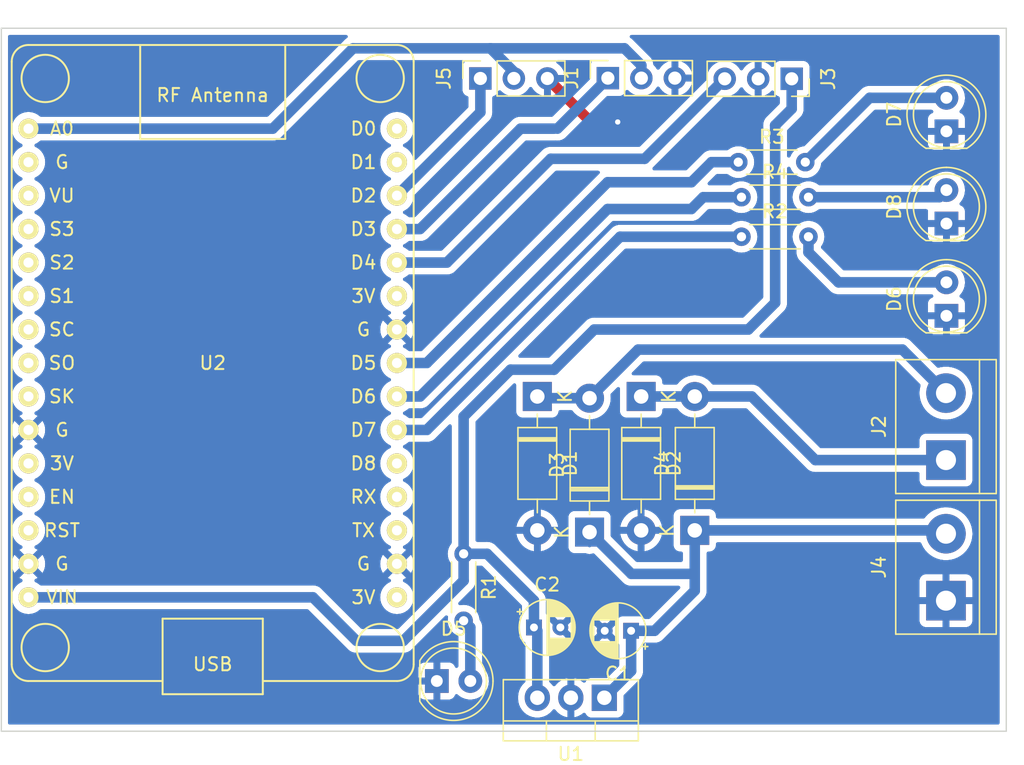
<source format=kicad_pcb>
(kicad_pcb (version 20211014) (generator pcbnew)
  (layers (0 "F.Cu" signal) (31 "B.Cu" signal) (34 "B.Paste" user) (35 "F.Paste" user) (36 "B.SilkS" user "B.Silkscreen") (37 "F.SilkS" user "F.Silkscreen") (38 "B.Mask" user) (39 "F.Mask" user) (44 "Edge.Cuts" user))
  (net 0 "")
  (net 1 "+9V")
  (net 2 "GND")
  (net 3 "+5V")
  (net 4 "Net-(D1-Pad1)")
  (net 5 "Net-(D2-Pad1)")
  (net 6 "Net-(D5-Pad2)")
  (net 7 "Net-(D6-Pad2)")
  (net 8 "Net-(D7-Pad2)")
  (net 9 "Net-(D8-Pad2)")
  (net 10 "crnt")
  (net 11 "analog")
  (net 12 "relay")
  (net 13 "volt")
  (net 14 "Net-(R2-Pad1)")
  (net 15 "Net-(R3-Pad1)")
  (net 16 "Net-(R4-Pad1)")
  (footprint "TerminalBlock:TerminalBlock_bornier-2_P5.08mm" (layer "F.Cu") (at 124.968 75.946 90)
    (fp_text reference "J2" (at 2.54 -5.08 90) (layer "F.SilkS"))
    (fp_text value "Transformer")
    (fp_line (start -2.54 3.81) (end 7.62 3.81) (layer "F.SilkS") (width 0.12))
    (fp_line (start 7.62 3.81) (end 7.62 -3.81) (layer "F.SilkS") (width 0.12))
    (fp_line (start 7.62 2.54) (end -2.54 2.54) (layer "F.SilkS") (width 0.12))
    (fp_line (start 7.62 -3.81) (end -2.54 -3.81) (layer "F.SilkS") (width 0.12))
    (fp_line (start -2.54 -3.81) (end -2.54 3.81) (layer "F.SilkS") (width 0.12))
    (pad "1" thru_hole rect (at 0 0 90) (size 3 3) (drill 1.52) (layers *.Cu *.Mask) (net 5 "Net-(D2-Pad1)"))
    (pad "2" thru_hole circle (at 5.08 0 90) (size 3 3) (drill 1.52) (layers *.Cu *.Mask) (net 4 "Net-(D1-Pad1)"))
  )
  (footprint "LED_THT:LED_D5.0mm" (layer "F.Cu") (at 125 65 90)
    (fp_text reference "D6" (at 1.27 -3.96 90) (layer "F.SilkS"))
    (fp_text value "AMBER")
    (fp_line (start -1.29 -1.545) (end -1.29 1.545) (layer "F.SilkS") (width 0.12))
    (fp_arc (start -1.29 -1.54483) (mid 2.072002 -2.880433) (end 4.26 0.000462) (layer "F.SilkS") (width 0.12))
    (fp_arc (start 4.26 -0.000462) (mid 2.072002 2.880433) (end -1.29 1.54483) (layer "F.SilkS") (width 0.12))
    (fp_circle (center 1.27 0) (end 3.77 0) (layer "F.SilkS") (width 0.12) (fill none))
    (pad "1" thru_hole rect (at 0 0 90) (size 1.8 1.8) (drill 0.9) (layers *.Cu *.Mask) (net 2 "GND"))
    (pad "2" thru_hole circle (at 2.54 0 90) (size 1.8 1.8) (drill 0.9) (layers *.Cu *.Mask) (net 7 "Net-(D6-Pad2)"))
  )
  (footprint "Package_TO_SOT_THT:TO-220-3_Vertical" (layer "F.Cu") (at 99.06 93.98 180)
    (fp_text reference "U1" (at 2.54 -4.27) (layer "F.SilkS"))
    (fp_text value "LM7805_TO220")
    (fp_line (start -2.58 1.371) (end 7.66 1.371) (layer "F.SilkS") (width 0.12))
    (fp_line (start 4.391 -3.27) (end 4.391 -1.76) (layer "F.SilkS") (width 0.12))
    (fp_line (start 0.69 -3.27) (end 0.69 -1.76) (layer "F.SilkS") (width 0.12))
    (fp_line (start -2.58 -3.27) (end -2.58 1.371) (layer "F.SilkS") (width 0.12))
    (fp_line (start -2.58 -1.76) (end 7.66 -1.76) (layer "F.SilkS") (width 0.12))
    (fp_line (start -2.58 -3.27) (end 7.66 -3.27) (layer "F.SilkS") (width 0.12))
    (fp_line (start 7.66 -3.27) (end 7.66 1.371) (layer "F.SilkS") (width 0.12))
    (pad "1" thru_hole rect (at 0 0 180) (size 1.905 2) (drill 1.1) (layers *.Cu *.Mask) (net 1 "+9V"))
    (pad "2" thru_hole oval (at 2.54 0 180) (size 1.905 2) (drill 1.1) (layers *.Cu *.Mask) (net 2 "GND"))
    (pad "3" thru_hole oval (at 5.08 0 180) (size 1.905 2) (drill 1.1) (layers *.Cu *.Mask) (net 3 "+5V"))
  )
  (footprint "Connector_PinSocket_2.54mm:PinSocket_1x03_P2.54mm_Vertical" (layer "F.Cu") (at 89.662 46.99 90)
    (fp_text reference "J5" (at 0 -2.77 90) (layer "F.SilkS"))
    (fp_text value "Voltage Sensor")
    (fp_line (start -1.33 1.27) (end 1.33 1.27) (layer "F.SilkS") (width 0.12))
    (fp_line (start 0 -1.33) (end 1.33 -1.33) (layer "F.SilkS") (width 0.12))
    (fp_line (start 1.33 1.27) (end 1.33 6.41) (layer "F.SilkS") (width 0.12))
    (fp_line (start -1.33 1.27) (end -1.33 6.41) (layer "F.SilkS") (width 0.12))
    (fp_line (start 1.33 -1.33) (end 1.33 0) (layer "F.SilkS") (width 0.12))
    (fp_line (start -1.33 6.41) (end 1.33 6.41) (layer "F.SilkS") (width 0.12))
    (pad "1" thru_hole rect (at 0 0 90) (size 1.7 1.7) (drill 1) (layers *.Cu *.Mask) (net 13 "volt"))
    (pad "2" thru_hole oval (at 0 2.54 90) (size 1.7 1.7) (drill 1) (layers *.Cu *.Mask) (net 11 "analog"))
    (pad "3" thru_hole oval (at 0 5.08 90) (size 1.7 1.7) (drill 1) (layers *.Cu *.Mask) (net 2 "GND"))
  )
  (footprint "Capacitor_THT:CP_Radial_D4.0mm_P2.00mm" (layer "F.Cu") (at 93.726 88.646)
    (fp_text reference "C2" (at 1 -3.25) (layer "F.SilkS"))
    (fp_text value "0.1uF")
    (fp_line (start 1.24 0.84) (end 1.24 2.067) (layer "F.SilkS") (width 0.12))
    (fp_line (start 2.761 -1.142) (end 2.761 -0.84) (layer "F.SilkS") (width 0.12))
    (fp_line (start 2.961 -0.768) (end 2.961 0.768) (layer "F.SilkS") (width 0.12))
    (fp_line (start 1.2 -2.071) (end 1.2 -0.84) (layer "F.SilkS") (width 0.12))
    (fp_line (start 1.44 0.84) (end 1.44 2.034) (layer "F.SilkS") (width 0.12))
    (fp_line (start 1.721 0.84) (end 1.721 1.954) (layer "F.SilkS") (width 0.12))
    (fp_line (start 2.801 0.84) (end 2.801 1.08) (layer "F.SilkS") (width 0.12))
    (fp_line (start 1.64 -1.982) (end 1.64 -0.84) (layer "F.SilkS") (width 0.12))
    (fp_line (start 1.36 -2.05) (end 1.36 -0.84) (layer "F.SilkS") (width 0.12))
    (fp_line (start 2.001 -1.83) (end 2.001 -0.84) (layer "F.SilkS") (width 0.12))
    (fp_line (start 2.761 0.84) (end 2.761 1.142) (layer "F.SilkS") (width 0.12))
    (fp_line (start 1.32 -2.056) (end 1.32 -0.84) (layer "F.SilkS") (width 0.12))
    (fp_line (start 1.68 -1.968) (end 1.68 -0.84) (layer "F.SilkS") (width 0.12))
    (fp_line (start 2.601 -1.351) (end 2.601 -0.84) (layer "F.SilkS") (width 0.12))
    (fp_line (start 1.44 -2.034) (end 1.44 -0.84) (layer "F.SilkS") (width 0.12))
    (fp_line (start 2.121 -1.76) (end 2.121 -0.84) (layer "F.SilkS") (width 0.12))
    (fp_line (start 1.56 0.84) (end 1.56 2.005) (layer "F.SilkS") (width 0.12))
    (fp_line (start 2.321 0.84) (end 2.321 1.619) (layer "F.SilkS") (width 0.12))
    (fp_line (start 2.481 0.84) (end 2.481 1.478) (layer "F.SilkS") (width 0.12))
    (fp_line (start 1.04 -2.08) (end 1.04 2.08) (layer "F.SilkS") (width 0.12))
    (fp_line (start 1.761 0.84) (end 1.761 1.94) (layer "F.SilkS") (width 0.12))
    (fp_line (start 2.281 -1.65) (end 2.281 -0.84) (layer "F.SilkS") (width 0.12))
    (fp_line (start 1.64 0.84) (end 1.64 1.982) (layer "F.SilkS") (width 0.12))
    (fp_line (start 3.001 -0.664) (end 3.001 0.664) (layer "F.SilkS") (width 0.12))
    (fp_line (start 1.801 0.84) (end 1.801 1.924) (layer "F.SilkS") (width 0.12))
    (fp_line (start 2.121 0.84) (end 2.121 1.76) (layer "F.SilkS") (width 0.12))
    (fp_line (start 2.361 0.84) (end 2.361 1.587) (layer "F.SilkS") (width 0.12))
    (fp_line (start 2.041 0.84) (end 2.041 1.808) (layer "F.SilkS") (width 0.12))
    (fp_line (start 1.24 -2.067) (end 1.24 -0.84) (layer "F.SilkS") (width 0.12))
    (fp_line (start 2.801 -1.08) (end 2.801 -0.84) (layer "F.SilkS") (width 0.12))
    (fp_line (start 2.041 -1.808) (end 2.041 -0.84) (layer "F.SilkS") (width 0.12))
    (fp_line (start 1.32 0.84) (end 1.32 2.056) (layer "F.SilkS") (width 0.12))
    (fp_line (start 2.201 0.84) (end 2.201 1.708) (layer "F.SilkS") (width 0.12))
    (fp_line (start 2.641 -1.304) (end 2.641 -0.84) (layer "F.SilkS") (width 0.12))
    (fp_line (start 1.56 -2.005) (end 1.56 -0.84) (layer "F.SilkS") (width 0.12))
    (fp_line (start 1.2 0.84) (end 1.2 2.071) (layer "F.SilkS") (width 0.12))
    (fp_line (start 1.961 -1.851) (end 1.961 -0.84) (layer "F.SilkS") (width 0.12))
    (fp_line (start 2.081 0.84) (end 2.081 1.785) (layer "F.SilkS") (width 0.12))
    (fp_line (start 3.081 -0.37) (end 3.081 0.37) (layer "F.SilkS") (width 0.12))
    (fp_line (start 2.281 0.84) (end 2.281 1.65) (layer "F.SilkS") (width 0.12))
    (fp_line (start 2.241 0.84) (end 2.241 1.68) (layer "F.SilkS") (width 0.12))
    (fp_line (start 1 -2.08) (end 1 2.08) (layer "F.SilkS") (width 0.12))
    (fp_line (start 1.52 0.84) (end 1.52 2.016) (layer "F.SilkS") (width 0.12))
    (fp_line (start 2.001 0.84) (end 2.001 1.83) (layer "F.SilkS") (width 0.12))
    (fp_line (start 2.441 0.84) (end 2.441 1.516) (layer "F.SilkS") (width 0.12))
    (fp_line (start 2.721 0.84) (end 2.721 1.2) (layer "F.SilkS") (width 0.12))
    (fp_line (start 2.681 -1.254) (end 2.681 -0.84) (layer "F.SilkS") (width 0.12))
    (fp_line (start 1.08 -2.079) (end 1.08 2.079) (layer "F.SilkS") (width 0.12))
    (fp_line (start 2.401 -1.552) (end 2.401 -0.84) (layer "F.SilkS") (width 0.12))
    (fp_line (start 1.28 -2.062) (end 1.28 -0.84) (layer "F.SilkS") (width 0.12))
    (fp_line (start 1.48 0.84) (end 1.48 2.025) (layer "F.SilkS") (width 0.12))
    (fp_line (start 2.201 -1.708) (end 2.201 -0.84) (layer "F.SilkS") (width 0.12))
    (fp_line (start 2.161 0.84) (end 2.161 1.735) (layer "F.SilkS") (width 0.12))
    (fp_line (start 1.16 -2.074) (end 1.16 2.074) (layer "F.SilkS") (width 0.12))
    (fp_line (start 1.6 0.84) (end 1.6 1.994) (layer "F.SilkS") (width 0.12))
    (fp_line (start 3.041 -0.537) (end 3.041 0.537) (layer "F.SilkS") (width 0.12))
    (fp_line (start 1.921 -1.87) (end 1.921 -0.84) (layer "F.SilkS") (width 0.12))
    (fp_line (start 1.52 -2.016) (end 1.52 -0.84) (layer "F.SilkS") (width 0.12))
    (fp_line (start 1.841 -1.907) (end 1.841 -0.84) (layer "F.SilkS") (width 0.12))
    (fp_line (start 2.481 -1.478) (end 2.481 -0.84) (layer "F.SilkS") (width 0.12))
    (fp_line (start 2.561 0.84) (end 2.561 1.396) (layer "F.SilkS") (width 0.12))
    (fp_line (start -1.269801 -1.195) (end -0.869801 -1.195) (layer "F.SilkS") (width 0.12))
    (fp_line (start 2.721 -1.2) (end 2.721 -0.84) (layer "F.SilkS") (width 0.12))
    (fp_line (start 2.881 -0.94) (end 2.881 0.94) (layer "F.SilkS") (width 0.12))
    (fp_line (start 1.12 -2.077) (end 1.12 2.077) (layer "F.SilkS") (width 0.12))
    (fp_line (start 2.601 0.84) (end 2.601 1.351) (layer "F.SilkS") (width 0.12))
    (fp_line (start 1.921 0.84) (end 1.921 1.87) (layer "F.SilkS") (width 0.12))
    (fp_line (start 2.441 -1.516) (end 2.441 -0.84) (layer "F.SilkS") (width 0.12))
    (fp_line (start 1.6 -1.994) (end 1.6 -0.84) (layer "F.SilkS") (width 0.12))
    (fp_line (start 1.28 0.84) (end 1.28 2.062) (layer "F.SilkS") (width 0.12))
    (fp_line (start 1.761 -1.94) (end 1.761 -0.84) (layer "F.SilkS") (width 0.12))
    (fp_line (start 1.48 -2.025) (end 1.48 -0.84) (layer "F.SilkS") (width 0.12))
    (fp_line (start 2.361 -1.587) (end 2.361 -0.84) (layer "F.SilkS") (width 0.12))
    (fp_line (start 1.801 -1.924) (end 1.801 -0.84) (layer "F.SilkS") (width 0.12))
    (fp_line (start 1.881 0.84) (end 1.881 1.889) (layer "F.SilkS") (width 0.12))
    (fp_line (start 2.921 -0.859) (end 2.921 0.859) (layer "F.SilkS") (width 0.12))
    (fp_line (start 1.36 0.84) (end 1.36 2.05) (layer "F.SilkS") (width 0.12))
    (fp_line (start 2.081 -1.785) (end 2.081 -0.84) (layer "F.SilkS") (width 0.12))
    (fp_line (start 2.161 -1.735) (end 2.161 -0.84) (layer "F.SilkS") (width 0.12))
    (fp_line (start 1.841 0.84) (end 1.841 1.907) (layer "F.SilkS") (width 0.12))
    (fp_line (start 1.68 0.84) (end 1.68 1.968) (layer "F.SilkS") (width 0.12))
    (fp_line (start 2.401 0.84) (end 2.401 1.552) (layer "F.SilkS") (width 0.12))
    (fp_line (start 2.561 -1.396) (end 2.561 -0.84) (layer "F.SilkS") (width 0.12))
    (fp_line (start 1.881 -1.889) (end 1.881 -0.84) (layer "F.SilkS") (width 0.12))
    (fp_line (start 2.241 -1.68) (end 2.241 -0.84) (layer "F.SilkS") (width 0.12))
    (fp_line (start 2.681 0.84) (end 2.681 1.254) (layer "F.SilkS") (width 0.12))
    (fp_line (start 1.961 0.84) (end 1.961 1.851) (layer "F.SilkS") (width 0.12))
    (fp_line (start 2.841 -1.013) (end 2.841 1.013) (layer "F.SilkS") (width 0.12))
    (fp_line (start 1.4 0.84) (end 1.4 2.042) (layer "F.SilkS") (width 0.12))
    (fp_line (start 2.521 -1.438) (end 2.521 -0.84) (layer "F.SilkS") (width 0.12))
    (fp_line (start 2.321 -1.619) (end 2.321 -0.84) (layer "F.SilkS") (width 0.12))
    (fp_line (start -1.069801 -1.395) (end -1.069801 -0.995) (layer "F.SilkS") (width 0.12))
    (fp_line (start 2.521 0.84) (end 2.521 1.438) (layer "F.SilkS") (width 0.12))
    (fp_line (start 1.721 -1.954) (end 1.721 -0.84) (layer "F.SilkS") (width 0.12))
    (fp_line (start 2.641 0.84) (end 2.641 1.304) (layer "F.SilkS") (width 0.12))
    (fp_line (start 1.4 -2.042) (end 1.4 -0.84) (layer "F.SilkS") (width 0.12))
    (fp_circle (center 1 0) (end 3.12 0) (layer "F.SilkS") (width 0.12) (fill none))
    (pad "1" thru_hole rect (at 0 0) (size 1.2 1.2) (drill 0.6) (layers *.Cu *.Mask) (net 3 "+5V"))
    (pad "2" thru_hole circle (at 2 0) (size 1.2 1.2) (drill 0.6) (layers *.Cu *.Mask) (net 2 "GND"))
  )
  (footprint "LED_THT:LED_D5.0mm" (layer "F.Cu") (at 86.36 92.71)
    (fp_text reference "D5" (at 1.27 -3.96) (layer "F.SilkS"))
    (fp_text value "GREEN")
    (fp_line (start -1.29 -1.545) (end -1.29 1.545) (layer "F.SilkS") (width 0.12))
    (fp_arc (start 4.26 -0.000462) (mid 2.072002 2.880433) (end -1.29 1.54483) (layer "F.SilkS") (width 0.12))
    (fp_arc (start -1.29 -1.54483) (mid 2.072002 -2.880433) (end 4.26 0.000462) (layer "F.SilkS") (width 0.12))
    (fp_circle (center 1.27 0) (end 3.77 0) (layer "F.SilkS") (width 0.12) (fill none))
    (pad "1" thru_hole rect (at 0 0) (size 1.8 1.8) (drill 0.9) (layers *.Cu *.Mask) (net 2 "GND"))
    (pad "2" thru_hole circle (at 2.54 0) (size 1.8 1.8) (drill 0.9) (layers *.Cu *.Mask) (net 6 "Net-(D5-Pad2)"))
  )
  (footprint "TerminalBlock:TerminalBlock_bornier-2_P5.08mm" (layer "F.Cu") (at 124.968 86.614 90)
    (fp_text reference "J4" (at 2.54 -5.08 90) (layer "F.SilkS"))
    (fp_text value "Voltage Sensor")
    (fp_line (start -2.54 -3.81) (end -2.54 3.81) (layer "F.SilkS") (width 0.12))
    (fp_line (start 7.62 -3.81) (end -2.54 -3.81) (layer "F.SilkS") (width 0.12))
    (fp_line (start 7.62 2.54) (end -2.54 2.54) (layer "F.SilkS") (width 0.12))
    (fp_line (start -2.54 3.81) (end 7.62 3.81) (layer "F.SilkS") (width 0.12))
    (fp_line (start 7.62 3.81) (end 7.62 -3.81) (layer "F.SilkS") (width 0.12))
    (pad "1" thru_hole rect (at 0 0 90) (size 3 3) (drill 1.52) (layers *.Cu *.Mask) (net 2 "GND"))
    (pad "2" thru_hole circle (at 5.08 0 90) (size 3 3) (drill 1.52) (layers *.Cu *.Mask) (net 1 "+9V"))
  )
  (footprint "Connector_PinSocket_2.54mm:PinSocket_1x03_P2.54mm_Vertical" (layer "F.Cu") (at 99.329 46.965 90)
    (fp_text reference "J1" (at 0 -2.77 90) (layer "F.SilkS"))
    (fp_text value "Current Sensor")
    (fp_line (start -1.33 6.41) (end 1.33 6.41) (layer "F.SilkS") (width 0.12))
    (fp_line (start 1.33 -1.33) (end 1.33 0) (layer "F.SilkS") (width 0.12))
    (fp_line (start 1.33 1.27) (end 1.33 6.41) (layer "F.SilkS") (width 0.12))
    (fp_line (start -1.33 1.27) (end 1.33 1.27) (layer "F.SilkS") (width 0.12))
    (fp_line (start -1.33 1.27) (end -1.33 6.41) (layer "F.SilkS") (width 0.12))
    (fp_line (start 0 -1.33) (end 1.33 -1.33) (layer "F.SilkS") (width 0.12))
    (pad "1" thru_hole rect (at 0 0 90) (size 1.7 1.7) (drill 1) (layers *.Cu *.Mask) (net 10 "crnt"))
    (pad "2" thru_hole oval (at 0 2.54 90) (size 1.7 1.7) (drill 1) (layers *.Cu *.Mask) (net 11 "analog"))
    (pad "3" thru_hole oval (at 0 5.08 90) (size 1.7 1.7) (drill 1) (layers *.Cu *.Mask) (net 2 "GND"))
  )
  (footprint "Diode_THT:D_DO-41_SOD81_P10.16mm_Horizontal" (layer "F.Cu") (at 93.98 71.12 -90)
    (fp_text reference "D1" (at 5.08 -2.47 90) (layer "F.SilkS"))
    (fp_text value "1N4007")
    (fp_text user "K" (at 0 -2.1 90) (layer "F.SilkS"))
    (fp_line (start 8.82 0) (end 7.8 0) (layer "F.SilkS") (width 0.12))
    (fp_line (start 3.26 -1.47) (end 3.26 1.47) (layer "F.SilkS") (width 0.12))
    (fp_line (start 7.8 -1.47) (end 2.36 -1.47) (layer "F.SilkS") (width 0.12))
    (fp_line (start 3.38 -1.47) (end 3.38 1.47) (layer "F.SilkS") (width 0.12))
    (fp_line (start 7.8 1.47) (end 7.8 -1.47) (layer "F.SilkS") (width 0.12))
    (fp_line (start 2.36 1.47) (end 7.8 1.47) (layer "F.SilkS") (width 0.12))
    (fp_line (start 2.36 -1.47) (end 2.36 1.47) (layer "F.SilkS") (width 0.12))
    (fp_line (start 1.34 0) (end 2.36 0) (layer "F.SilkS") (width 0.12))
    (fp_line (start 3.14 -1.47) (end 3.14 1.47) (layer "F.SilkS") (width 0.12))
    (pad "1" thru_hole rect (at 0 0 270) (size 2.2 2.2) (drill 1.1) (layers *.Cu *.Mask) (net 4 "Net-(D1-Pad1)"))
    (pad "2" thru_hole oval (at 10.16 0 270) (size 2.2 2.2) (drill 1.1) (layers *.Cu *.Mask) (net 2 "GND"))
  )
  (footprint "Resistor_THT:R_Axial_DIN0204_L3.6mm_D1.6mm_P5.08mm_Horizontal" (layer "F.Cu") (at 109.46 59)
    (fp_text reference "R2" (at 2.54 -1.92) (layer "F.SilkS"))
    (fp_text value "220R")
    (fp_line (start 0.62 -0.92) (end 4.46 -0.92) (layer "F.SilkS") (width 0.12))
    (fp_line (start 0.62 0.92) (end 4.46 0.92) (layer "F.SilkS") (width 0.12))
    (pad "1" thru_hole circle (at 0 0) (size 1.4 1.4) (drill 0.7) (layers *.Cu *.Mask) (net 14 "Net-(R2-Pad1)"))
    (pad "2" thru_hole oval (at 5.08 0) (size 1.4 1.4) (drill 0.7) (layers *.Cu *.Mask) (net 7 "Net-(D6-Pad2)"))
  )
  (footprint "Resistor_THT:R_Axial_DIN0204_L3.6mm_D1.6mm_P5.08mm_Horizontal" (layer "F.Cu") (at 109.46 56)
    (fp_text reference "R4" (at 2.54 -1.92) (layer "F.SilkS"))
    (fp_text value "220R")
    (fp_line (start 0.62 -0.92) (end 4.46 -0.92) (layer "F.SilkS") (width 0.12))
    (fp_line (start 0.62 0.92) (end 4.46 0.92) (layer "F.SilkS") (width 0.12))
    (pad "1" thru_hole circle (at 0 0) (size 1.4 1.4) (drill 0.7) (layers *.Cu *.Mask) (net 16 "Net-(R4-Pad1)"))
    (pad "2" thru_hole oval (at 5.08 0) (size 1.4 1.4) (drill 0.7) (layers *.Cu *.Mask) (net 9 "Net-(D8-Pad2)"))
  )
  (footprint "Resistor_THT:R_Axial_DIN0204_L3.6mm_D1.6mm_P5.08mm_Horizontal" (layer "F.Cu") (at 88.392 83.058 -90)
    (fp_text reference "R1" (at 2.54 -1.92 90) (layer "F.SilkS"))
    (fp_text value "220R")
    (fp_line (start 0.62 -0.92) (end 4.46 -0.92) (layer "F.SilkS") (width 0.12))
    (fp_line (start 0.62 0.92) (end 4.46 0.92) (layer "F.SilkS") (width 0.12))
    (pad "1" thru_hole circle (at 0 0 270) (size 1.4 1.4) (drill 0.7) (layers *.Cu *.Mask) (net 3 "+5V"))
    (pad "2" thru_hole oval (at 5.08 0 270) (size 1.4 1.4) (drill 0.7) (layers *.Cu *.Mask) (net 6 "Net-(D5-Pad2)"))
  )
  (footprint "Diode_THT:D_DO-41_SOD81_P10.16mm_Horizontal" (layer "F.Cu") (at 101.854 71.12 -90)
    (fp_text reference "D2" (at 5.08 -2.47 90) (layer "F.SilkS"))
    (fp_text value "1N4007")
    (fp_text user "K" (at 0 -2.1 90) (layer "F.SilkS"))
    (fp_line (start 3.38 -1.47) (end 3.38 1.47) (layer "F.SilkS") (width 0.12))
    (fp_line (start 8.82 0) (end 7.8 0) (layer "F.SilkS") (width 0.12))
    (fp_line (start 1.34 0) (end 2.36 0) (layer "F.SilkS") (width 0.12))
    (fp_line (start 3.14 -1.47) (end 3.14 1.47) (layer "F.SilkS") (width 0.12))
    (fp_line (start 2.36 1.47) (end 7.8 1.47) (layer "F.SilkS") (width 0.12))
    (fp_line (start 7.8 1.47) (end 7.8 -1.47) (layer "F.SilkS") (width 0.12))
    (fp_line (start 3.26 -1.47) (end 3.26 1.47) (layer "F.SilkS") (width 0.12))
    (fp_line (start 7.8 -1.47) (end 2.36 -1.47) (layer "F.SilkS") (width 0.12))
    (fp_line (start 2.36 -1.47) (end 2.36 1.47) (layer "F.SilkS") (width 0.12))
    (pad "1" thru_hole rect (at 0 0 270) (size 2.2 2.2) (drill 1.1) (layers *.Cu *.Mask) (net 5 "Net-(D2-Pad1)"))
    (pad "2" thru_hole oval (at 10.16 0 270) (size 2.2 2.2) (drill 1.1) (layers *.Cu *.Mask) (net 2 "GND"))
  )
  (footprint "Capacitor_THT:CP_Radial_D4.0mm_P2.00mm" (layer "F.Cu") (at 101.092 88.9 180)
    (fp_text reference "C1" (at 1 -3.25) (layer "F.SilkS"))
    (fp_text value "1uF")
    (fp_line (start 1.841 0.84) (end 1.841 1.907) (layer "F.SilkS") (width 0.12))
    (fp_line (start 3.001 -0.664) (end 3.001 0.664) (layer "F.SilkS") (width 0.12))
    (fp_line (start 2.401 -1.552) (end 2.401 -0.84) (layer "F.SilkS") (width 0.12))
    (fp_line (start 1.961 0.84) (end 1.961 1.851) (layer "F.SilkS") (width 0.12))
    (fp_line (start 1.4 0.84) (end 1.4 2.042) (layer "F.SilkS") (width 0.12))
    (fp_line (start 1.16 -2.074) (end 1.16 2.074) (layer "F.SilkS") (width 0.12))
    (fp_line (start 2.361 -1.587) (end 2.361 -0.84) (layer "F.SilkS") (width 0.12))
    (fp_line (start 2.601 0.84) (end 2.601 1.351) (layer "F.SilkS") (width 0.12))
    (fp_line (start 1.68 0.84) (end 1.68 1.968) (layer "F.SilkS") (width 0.12))
    (fp_line (start 3.041 -0.537) (end 3.041 0.537) (layer "F.SilkS") (width 0.12))
    (fp_line (start 2.641 0.84) (end 2.641 1.304) (layer "F.SilkS") (width 0.12))
    (fp_line (start 2.321 0.84) (end 2.321 1.619) (layer "F.SilkS") (width 0.12))
    (fp_line (start 1.36 -2.05) (end 1.36 -0.84) (layer "F.SilkS") (width 0.12))
    (fp_line (start 2.361 0.84) (end 2.361 1.587) (layer "F.SilkS") (width 0.12))
    (fp_line (start 2.561 0.84) (end 2.561 1.396) (layer "F.SilkS") (width 0.12))
    (fp_line (start 2.601 -1.351) (end 2.601 -0.84) (layer "F.SilkS") (width 0.12))
    (fp_line (start 2.681 -1.254) (end 2.681 -0.84) (layer "F.SilkS") (width 0.12))
    (fp_line (start -1.269801 -1.195) (end -0.869801 -1.195) (layer "F.SilkS") (width 0.12))
    (fp_line (start 1.56 0.84) (end 1.56 2.005) (layer "F.SilkS") (width 0.12))
    (fp_line (start 2.441 0.84) (end 2.441 1.516) (layer "F.SilkS") (width 0.12))
    (fp_line (start 1.841 -1.907) (end 1.841 -0.84) (layer "F.SilkS") (width 0.12))
    (fp_line (start 1.4 -2.042) (end 1.4 -0.84) (layer "F.SilkS") (width 0.12))
    (fp_line (start 2.721 0.84) (end 2.721 1.2) (layer "F.SilkS") (width 0.12))
    (fp_line (start 1.28 -2.062) (end 1.28 -0.84) (layer "F.SilkS") (width 0.12))
    (fp_line (start 2.441 -1.516) (end 2.441 -0.84) (layer "F.SilkS") (width 0.12))
    (fp_line (start 2.041 -1.808) (end 2.041 -0.84) (layer "F.SilkS") (width 0.12))
    (fp_line (start 2.761 -1.142) (end 2.761 -0.84) (layer "F.SilkS") (width 0.12))
    (fp_line (start 1.08 -2.079) (end 1.08 2.079) (layer "F.SilkS") (width 0.12))
    (fp_line (start 2.481 0.84) (end 2.481 1.478) (layer "F.SilkS") (width 0.12))
    (fp_line (start 2.121 0.84) (end 2.121 1.76) (layer "F.SilkS") (width 0.12))
    (fp_line (start 1.24 -2.067) (end 1.24 -0.84) (layer "F.SilkS") (width 0.12))
    (fp_line (start 2.681 0.84) (end 2.681 1.254) (layer "F.SilkS") (width 0.12))
    (fp_line (start 1.64 -1.982) (end 1.64 -0.84) (layer "F.SilkS") (width 0.12))
    (fp_line (start 1.36 0.84) (end 1.36 2.05) (layer "F.SilkS") (width 0.12))
    (fp_line (start 2.201 0.84) (end 2.201 1.708) (layer "F.SilkS") (width 0.12))
    (fp_line (start 1.801 -1.924) (end 1.801 -0.84) (layer "F.SilkS") (width 0.12))
    (fp_line (start 2.961 -0.768) (end 2.961 0.768) (layer "F.SilkS") (width 0.12))
    (fp_line (start 1.32 0.84) (end 1.32 2.056) (layer "F.SilkS") (width 0.12))
    (fp_line (start 1.2 0.84) (end 1.2 2.071) (layer "F.SilkS") (width 0.12))
    (fp_line (start 1.48 -2.025) (end 1.48 -0.84) (layer "F.SilkS") (width 0.12))
    (fp_line (start 1.6 0.84) (end 1.6 1.994) (layer "F.SilkS") (width 0.12))
    (fp_line (start 2.881 -0.94) (end 2.881 0.94) (layer "F.SilkS") (width 0.12))
    (fp_line (start 2.721 -1.2) (end 2.721 -0.84) (layer "F.SilkS") (width 0.12))
    (fp_line (start 2.401 0.84) (end 2.401 1.552) (layer "F.SilkS") (width 0.12))
    (fp_line (start 1.2 -2.071) (end 1.2 -0.84) (layer "F.SilkS") (width 0.12))
    (fp_line (start 2.241 0.84) (end 2.241 1.68) (layer "F.SilkS") (width 0.12))
    (fp_line (start 1.761 -1.94) (end 1.761 -0.84) (layer "F.SilkS") (width 0.12))
    (fp_line (start 2.561 -1.396) (end 2.561 -0.84) (layer "F.SilkS") (width 0.12))
    (fp_line (start 1.68 -1.968) (end 1.68 -0.84) (layer "F.SilkS") (width 0.12))
    (fp_line (start 1 -2.08) (end 1 2.08) (layer "F.SilkS") (width 0.12))
    (fp_line (start 1.52 -2.016) (end 1.52 -0.84) (layer "F.SilkS") (width 0.12))
    (fp_line (start 2.241 -1.68) (end 2.241 -0.84) (layer "F.SilkS") (width 0.12))
    (fp_line (start 1.44 -2.034) (end 1.44 -0.84) (layer "F.SilkS") (width 0.12))
    (fp_line (start 1.881 0.84) (end 1.881 1.889) (layer "F.SilkS") (width 0.12))
    (fp_line (start 2.161 -1.735) (end 2.161 -0.84) (layer "F.SilkS") (width 0.12))
    (fp_line (start 2.841 -1.013) (end 2.841 1.013) (layer "F.SilkS") (width 0.12))
    (fp_line (start 2.761 0.84) (end 2.761 1.142) (layer "F.SilkS") (width 0.12))
    (fp_line (start 1.64 0.84) (end 1.64 1.982) (layer "F.SilkS") (width 0.12))
    (fp_line (start 2.801 0.84) (end 2.801 1.08) (layer "F.SilkS") (width 0.12))
    (fp_line (start 2.281 -1.65) (end 2.281 -0.84) (layer "F.SilkS") (width 0.12))
    (fp_line (start 1.52 0.84) (end 1.52 2.016) (layer "F.SilkS") (width 0.12))
    (fp_line (start 2.001 0.84) (end 2.001 1.83) (layer "F.SilkS") (width 0.12))
    (fp_line (start 2.321 -1.619) (end 2.321 -0.84) (layer "F.SilkS") (width 0.12))
    (fp_line (start 1.32 -2.056) (end 1.32 -0.84) (layer "F.SilkS") (width 0.12))
    (fp_line (start 1.721 0.84) (end 1.721 1.954) (layer "F.SilkS") (width 0.12))
    (fp_line (start -1.069801 -1.395) (end -1.069801 -0.995) (layer "F.SilkS") (width 0.12))
    (fp_line (start 2.281 0.84) (end 2.281 1.65) (layer "F.SilkS") (width 0.12))
    (fp_line (start 1.24 0.84) (end 1.24 2.067) (layer "F.SilkS") (width 0.12))
    (fp_line (start 1.921 0.84) (end 1.921 1.87) (layer "F.SilkS") (width 0.12))
    (fp_line (start 1.48 0.84) (end 1.48 2.025) (layer "F.SilkS") (width 0.12))
    (fp_line (start 2.801 -1.08) (end 2.801 -0.84) (layer "F.SilkS") (width 0.12))
    (fp_line (start 2.081 -1.785) (end 2.081 -0.84) (layer "F.SilkS") (width 0.12))
    (fp_line (start 2.641 -1.304) (end 2.641 -0.84) (layer "F.SilkS") (width 0.12))
    (fp_line (start 2.121 -1.76) (end 2.121 -0.84) (layer "F.SilkS") (width 0.12))
    (fp_line (start 1.961 -1.851) (end 1.961 -0.84) (layer "F.SilkS") (width 0.12))
    (fp_line (start 2.201 -1.708) (end 2.201 -0.84) (layer "F.SilkS") (width 0.12))
    (fp_line (start 1.6 -1.994) (end 1.6 -0.84) (layer "F.SilkS") (width 0.12))
    (fp_line (start 2.521 -1.438) (end 2.521 -0.84) (layer "F.SilkS") (width 0.12))
    (fp_line (start 1.28 0.84) (end 1.28 2.062) (layer "F.SilkS") (width 0.12))
    (fp_line (start 2.481 -1.478) (end 2.481 -0.84) (layer "F.SilkS") (width 0.12))
    (fp_line (start 1.801 0.84) (end 1.801 1.924) (layer "F.SilkS") (width 0.12))
    (fp_line (start 1.12 -2.077) (end 1.12 2.077) (layer "F.SilkS") (width 0.12))
    (fp_line (start 3.081 -0.37) (end 3.081 0.37) (layer "F.SilkS") (width 0.12))
    (fp_line (start 1.44 0.84) (end 1.44 2.034) (layer "F.SilkS") (width 0.12))
    (fp_line (start 1.04 -2.08) (end 1.04 2.08) (layer "F.SilkS") (width 0.12))
    (fp_line (start 1.721 -1.954) (end 1.721 -0.84) (layer "F.SilkS") (width 0.12))
    (fp_line (start 1.761 0.84) (end 1.761 1.94) (layer "F.SilkS") (width 0.12))
    (fp_line (start 2.161 0.84) (end 2.161 1.735) (layer "F.SilkS") (width 0.12))
    (fp_line (start 2.921 -0.859) (end 2.921 0.859) (layer "F.SilkS") (width 0.12))
    (fp_line (start 1.881 -1.889) (end 1.881 -0.84) (layer "F.SilkS") (width 0.12))
    (fp_line (start 2.041 0.84) (end 2.041 1.808) (layer "F.SilkS") (width 0.12))
    (fp_line (start 2.081 0.84) (end 2.081 1.785) (layer "F.SilkS") (width 0.12))
    (fp_line (start 1.921 -1.87) (end 1.921 -0.84) (layer "F.SilkS") (width 0.12))
    (fp_line (start 2.521 0.84) (end 2.521 1.438) (layer "F.SilkS") (width 0.12))
    (fp_line (start 2.001 -1.83) (end 2.001 -0.84) (layer "F.SilkS") (width 0.12))
    (fp_line (start 1.56 -2.005) (end 1.56 -0.84) (layer "F.SilkS") (width 0.12))
    (fp_circle (center 1 0) (end 3.12 0) (layer "F.SilkS") (width 0.12) (fill none))
    (pad "1" thru_hole rect (at 0 0 180) (size 1.2 1.2) (drill 0.6) (layers *.Cu *.Mask) (net 1 "+9V"))
    (pad "2" thru_hole circle (at 2 0 180) (size 1.2 1.2) (drill 0.6) (layers *.Cu *.Mask) (net 2 "GND"))
  )
  (footprint "Diode_THT:D_DO-41_SOD81_P10.16mm_Horizontal" (layer "F.Cu") (at 105.918 81.28 90)
    (fp_text reference "D4" (at 5.08 -2.47 90) (layer "F.SilkS"))
    (fp_text value "1N4007")
    (fp_text user "K" (at 0 -2.1 90) (layer "F.SilkS"))
    (fp_line (start 2.36 1.47) (end 7.8 1.47) (layer "F.SilkS") (width 0.12))
    (fp_line (start 1.34 0) (end 2.36 0) (layer "F.SilkS") (width 0.12))
    (fp_line (start 7.8 -1.47) (end 2.36 -1.47) (layer "F.SilkS") (width 0.12))
    (fp_line (start 3.26 -1.47) (end 3.26 1.47) (layer "F.SilkS") (width 0.12))
    (fp_line (start 3.14 -1.47) (end 3.14 1.47) (layer "F.SilkS") (width 0.12))
    (fp_line (start 2.36 -1.47) (end 2.36 1.47) (layer "F.SilkS") (width 0.12))
    (fp_line (start 8.82 0) (end 7.8 0) (layer "F.SilkS") (width 0.12))
    (fp_line (start 3.38 -1.47) (end 3.38 1.47) (layer "F.SilkS") (width 0.12))
    (fp_line (start 7.8 1.47) (end 7.8 -1.47) (layer "F.SilkS") (width 0.12))
    (pad "1" thru_hole rect (at 0 0 90) (size 2.2 2.2) (drill 1.1) (layers *.Cu *.Mask) (net 1 "+9V"))
    (pad "2" thru_hole oval (at 10.16 0 90) (size 2.2 2.2) (drill 1.1) (layers *.Cu *.Mask) (net 5 "Net-(D2-Pad1)"))
  )
  (footprint "Diode_THT:D_DO-41_SOD81_P10.16mm_Horizontal" (layer "F.Cu") (at 97.94 81.41 90)
    (fp_text reference "D3" (at 5.08 -2.47 90) (layer "F.SilkS"))
    (fp_text value "1N4007")
    (fp_text user "K" (at 0 -2.1 90) (layer "F.SilkS"))
    (fp_line (start 7.8 1.47) (end 7.8 -1.47) (layer "F.SilkS") (width 0.12))
    (fp_line (start 3.14 -1.47) (end 3.14 1.47) (layer "F.SilkS") (width 0.12))
    (fp_line (start 2.36 1.47) (end 7.8 1.47) (layer "F.SilkS") (width 0.12))
    (fp_line (start 2.36 -1.47) (end 2.36 1.47) (layer "F.SilkS") (width 0.12))
    (fp_line (start 7.8 -1.47) (end 2.36 -1.47) (layer "F.SilkS") (width 0.12))
    (fp_line (start 3.26 -1.47) (end 3.26 1.47) (layer "F.SilkS") (width 0.12))
    (fp_line (start 8.82 0) (end 7.8 0) (layer "F.SilkS") (width 0.12))
    (fp_line (start 1.34 0) (end 2.36 0) (layer "F.SilkS") (width 0.12))
    (fp_line (start 3.38 -1.47) (end 3.38 1.47) (layer "F.SilkS") (width 0.12))
    (pad "1" thru_hole rect (at 0 0 90) (size 2.2 2.2) (drill 1.1) (layers *.Cu *.Mask) (net 1 "+9V"))
    (pad "2" thru_hole oval (at 10.16 0 90) (size 2.2 2.2) (drill 1.1) (layers *.Cu *.Mask) (net 4 "Net-(D1-Pad1)"))
  )
  (footprint "LED_THT:LED_D5.0mm" (layer "F.Cu") (at 125 51 90)
    (fp_text reference "D7" (at 1.27 -3.96 90) (layer "F.SilkS"))
    (fp_text value "RED")
    (fp_line (start -1.29 -1.545) (end -1.29 1.545) (layer "F.SilkS") (width 0.12))
    (fp_arc (start 4.26 -0.000462) (mid 2.072002 2.880433) (end -1.29 1.54483) (layer "F.SilkS") (width 0.12))
    (fp_arc (start -1.29 -1.54483) (mid 2.072002 -2.880433) (end 4.26 0.000462) (layer "F.SilkS") (width 0.12))
    (fp_circle (center 1.27 0) (end 3.77 0) (layer "F.SilkS") (width 0.12) (fill none))
    (pad "1" thru_hole rect (at 0 0 90) (size 1.8 1.8) (drill 0.9) (layers *.Cu *.Mask) (net 2 "GND"))
    (pad "2" thru_hole circle (at 2.54 0 90) (size 1.8 1.8) (drill 0.9) (layers *.Cu *.Mask) (net 8 "Net-(D7-Pad2)"))
  )
  (footprint "LED_THT:LED_D5.0mm" (layer "F.Cu") (at 125 58 90)
    (fp_text reference "D8" (at 1.27 -3.96 90) (layer "F.SilkS"))
    (fp_text value "BLUE")
    (fp_line (start -1.29 -1.545) (end -1.29 1.545) (layer "F.SilkS") (width 0.12))
    (fp_arc (start -1.29 -1.54483) (mid 2.072002 -2.880433) (end 4.26 0.000462) (layer "F.SilkS") (width 0.12))
    (fp_arc (start 4.26 -0.000462) (mid 2.072002 2.880433) (end -1.29 1.54483) (layer "F.SilkS") (width 0.12))
    (fp_circle (center 1.27 0) (end 3.77 0) (layer "F.SilkS") (width 0.12) (fill none))
    (pad "1" thru_hole rect (at 0 0 90) (size 1.8 1.8) (drill 0.9) (layers *.Cu *.Mask) (net 2 "GND"))
    (pad "2" thru_hole circle (at 2.54 0 90) (size 1.8 1.8) (drill 0.9) (layers *.Cu *.Mask) (net 9 "Net-(D8-Pad2)"))
  )
  (footprint "Resistor_THT:R_Axial_DIN0204_L3.6mm_D1.6mm_P5.08mm_Horizontal" (layer "F.Cu") (at 109.22 53.34)
    (fp_text reference "R3" (at 2.54 -1.92) (layer "F.SilkS"))
    (fp_text value "220R")
    (fp_line (start 0.62 0.92) (end 4.46 0.92) (layer "F.SilkS") (width 0.12))
    (fp_line (start 0.62 -0.92) (end 4.46 -0.92) (layer "F.SilkS") (width 0.12))
    (pad "1" thru_hole circle (at 0 0) (size 1.4 1.4) (drill 0.7) (layers *.Cu *.Mask) (net 15 "Net-(R3-Pad1)"))
    (pad "2" thru_hole oval (at 5.08 0) (size 1.4 1.4) (drill 0.7) (layers *.Cu *.Mask) (net 8 "Net-(D7-Pad2)"))
  )
  (footprint "ESP:NodeMCU1.0(12-E)" (layer "F.Cu") (at 69.365302 68.58)
    (fp_text reference "U2" (at 0 0) (layer "F.SilkS"))
    (fp_text value "NodeMCU_1.0_(ESP-12E)")
    (fp_text user "G" (at 11.43 -2.54) (layer "F.SilkS"))
    (fp_text user "D6" (at 11.43 2.54) (layer "F.SilkS"))
    (fp_text user "D7" (at 11.43 5.08) (layer "F.SilkS"))
    (fp_text user "3V" (at -11.43 7.62) (layer "F.SilkS"))
    (fp_text user "D0" (at 11.43 -17.78) (layer "F.SilkS"))
    (fp_text user "RF Antenna" (at 0 -20.32) (layer "F.SilkS"))
    (fp_text user "3V" (at 11.43 17.78) (layer "F.SilkS"))
    (fp_text user "G" (at -11.43 -15.24) (layer "F.SilkS"))
    (fp_text user "D3" (at 11.43 -10.16) (layer "F.SilkS"))
    (fp_text user "SK" (at -11.43 2.54) (layer "F.SilkS"))
    (fp_text user "S2" (at -11.43 -7.62) (layer "F.SilkS"))
    (fp_text user "A0" (at -11.43 -17.78) (layer "F.SilkS"))
    (fp_text user "TX" (at 11.43 12.7) (layer "F.SilkS"))
    (fp_text user "G" (at -11.43 5.08) (layer "F.SilkS"))
    (fp_text user "RST" (at -11.43 12.7) (layer "F.SilkS"))
    (fp_text user "VU" (at -11.43 -12.7) (layer "F.SilkS"))
    (fp_text user "EN" (at -11.43 10.16) (layer "F.SilkS"))
    (fp_text user "D2" (at 11.43 -12.7) (layer "F.SilkS"))
    (fp_text user "RX" (at 11.43 10.16) (layer "F.SilkS"))
    (fp_text user "S3" (at -11.43 -10.16) (layer "F.SilkS"))
    (fp_text user "G" (at -11.43 15.24) (layer "F.SilkS"))
    (fp_text user "S1" (at -11.43 -5.08) (layer "F.SilkS"))
    (fp_text user "VIN" (at -11.43 17.78) (layer "F.SilkS"))
    (fp_text user "SC" (at -11.43 -2.54) (layer "F.SilkS"))
    (fp_text user "D5" (at 11.43 0) (layer "F.SilkS"))
    (fp_text user "3V" (at 11.43 -5.08) (layer "F.SilkS"))
    (fp_text user "SO" (at -11.43 0) (layer "F.SilkS"))
    (fp_text user "D4" (at 11.43 -7.62) (layer "F.SilkS"))
    (fp_text user "D1" (at 11.43 -15.24) (layer "F.SilkS"))
    (fp_text user "G" (at 11.43 15.24) (layer "F.SilkS"))
    (fp_text user "D8" (at 11.43 7.62) (layer "F.SilkS"))
    (fp_text user "USB" (at 0 22.86) (layer "F.SilkS"))
    (fp_line (start -3.8 24.13) (end -13.97 24.13) (layer "F.SilkS") (width 0.15))
    (fp_line (start 3.8 25.13) (end -3.8 25.13) (layer "F.SilkS") (width 0.15))
    (fp_line (start 5.5 -24.13) (end 5.5 -17) (layer "F.SilkS") (width 0.15))
    (fp_line (start 15.24 -22.86) (end 15.24 22.86) (layer "F.SilkS") (width 0.15))
    (fp_line (start 3.8 19.4) (end 3.8 25.13) (layer "F.SilkS") (width 0.15))
    (fp_line (start -15.24 -22.86) (end -15.24 22.86) (layer "F.SilkS") (width 0.15))
    (fp_line (start 13.98 24.13) (end 3.81 24.13) (layer "F.SilkS") (width 0.15))
    (fp_line (start -3.8 19.4) (end 3.8 19.4) (layer "F.SilkS") (width 0.15))
    (fp_line (start 5.5 -17) (end -5.5 -17) (layer "F.SilkS") (width 0.15))
    (fp_line (start -3.8 25.13) (end -3.8 19.4) (layer "F.SilkS") (width 0.15))
    (fp_line (start 13.97 -24.13) (end -13.97 -24.13) (layer "F.SilkS") (width 0.15))
    (fp_line (start -5.5 -17) (end -5.5 -24.13) (layer "F.SilkS") (width 0.15))
    (fp_arc (start 15.24 22.86) (mid 14.868026 23.758026) (end 13.97 24.13) (layer "F.SilkS") (width 0.15))
    (fp_arc (start -13.97 24.13) (mid -14.868026 23.758026) (end -15.24 22.86) (layer "F.SilkS") (width 0.15))
    (fp_arc (start 13.97 -24.13) (mid 14.868026 -23.758026) (end 15.24 -22.86) (layer "F.SilkS") (width 0.15))
    (fp_arc (start -15.24 -22.86) (mid -14.868026 -23.758026) (end -13.97 -24.13) (layer "F.SilkS") (width 0.15))
    (fp_circle (center 12.7 21.59) (end 13.97 20.32) (layer "F.SilkS") (width 0.15) (fill none))
    (fp_circle (center -12.7 -21.59) (end -11.43 -22.86) (layer "F.SilkS") (width 0.15) (fill none))
    (fp_circle (center -12.7 21.59) (end -11.43 20.32) (layer "F.SilkS") (width 0.15) (fill none))
    (fp_circle (center 12.7 -21.59) (end 13.97 -22.86) (layer "F.SilkS") (width 0.15) (fill none))
    (pad "1" thru_hole circle locked (at -13.97 -17.78) (size 1.524 1.524) (drill 0.762) (layers *.Cu *.Mask "F.SilkS") (net 11 "analog"))
    (pad "2" thru_hole circle locked (at -13.97 -15.24) (size 1.524 1.524) (drill 0.762) (layers *.Cu *.Mask "F.SilkS"))
    (pad "3" thru_hole circle locked (at -13.97 -12.7) (size 1.524 1.524) (drill 0.762) (layers *.Cu *.Mask "F.SilkS"))
    (pad "4" thru_hole circle locked (at -13.97 -10.16) (size 1.524 1.524) (drill 0.762) (layers *.Cu *.Mask "F.SilkS"))
    (pad "5" thru_hole circle locked (at -13.97 -7.62) (size 1.524 1.524) (drill 0.762) (layers *.Cu *.Mask "F.SilkS"))
    (pad "6" thru_hole circle locked (at -13.97 -5.08) (size 1.524 1.524) (drill 0.762) (layers *.Cu *.Mask "F.SilkS"))
    (pad "7" thru_hole circle locked (at -13.97 -2.54) (size 1.524 1.524) (drill 0.762) (layers *.Cu *.Mask "F.SilkS"))
    (pad "8" thru_hole circle locked (at -13.97 0) (size 1.524 1.524) (drill 0.762) (layers *.Cu *.Mask "F.SilkS"))
    (pad "9" thru_hole circle locked (at -13.97 2.54) (size 1.524 1.524) (drill 0.762) (layers *.Cu *.Mask "F.SilkS"))
    (pad "10" thru_hole circle locked (at -13.97 5.08) (size 1.524 1.524) (drill 0.762) (layers *.Cu *.Mask "F.SilkS") (net 2 "GND"))
    (pad "11" thru_hole circle locked (at -13.97 7.62) (size 1.524 1.524) (drill 0.762) (layers *.Cu *.Mask "F.SilkS"))
    (pad "12" thru_hole circle locked (at -13.97 10.16) (size 1.524 1.524) (drill 0.762) (layers *.Cu *.Mask "F.SilkS"))
    (pad "13" thru_hole circle locked (at -13.97 12.7) (size 1.524 1.524) (drill 0.762) (layers *.Cu *.Mask "F.SilkS"))
    (pad "14" thru_hole circle locked (at -13.97 15.24) (size 1.524 1.524) (drill 0.762) (layers *.Cu *.Mask "F.SilkS") (net 2 "GND"))
    (pad "15" thru_hole circle locked (at -13.97 17.78) (size 1.524 1.524) (drill 0.762) (layers *.Cu *.Mask "F.SilkS") (net 3 "+5V"))
    (pad "16" thru_hole circle locked (at 13.97 17.78) (size 1.524 1.524) (drill 0.762) (layers *.Cu *.Mask "F.SilkS"))
    (pad "17" thru_hole circle locked (at 13.97 15.24) (size 1.524 1.524) (drill 0.762) (layers *.Cu *.Mask "F.SilkS") (net 2 "GND"))
    (pad "18" thru_hole circle locked (at 13.97 12.7) (size 1.524 1.524) (drill 0.762) (layers *.Cu *.Mask "F.SilkS"))
    (pad "19" thru_hole circle locked (at 13.97 10.16) (size 1.524 1.524) (drill 0.762) (layers *.Cu *.Mask "F.SilkS"))
    (pad "20" thru_hole circle locked (at 13.97 7.62) (size 1.524 1.524) (drill 0.762) (layers *.Cu *.Mask "F.SilkS"))
    (pad "21" thru_hole circle locked (at 13.97 5.08) (size 1.524 1.524) (drill 0.762) (layers *.Cu *.Mask "F.SilkS") (net 14 "Net-(R2-Pad1)"))
    (pad "22" thru_hole circle locked (at 13.97 2.54) (size 1.524 1.524) (drill 0.762) (layers *.Cu *.Mask "F.SilkS") (net 16 "Net-(R4-Pad1)"))
    (pad "23" thru_hole circle locked (at 13.97 0) (size 1.524 1.524) (drill 0.762) (layers *.Cu *.Mask "F.SilkS") (net 15 "Net-(R3-Pad1)"))
    (pad "24" thru_hole circle locked (at 13.97 -2.54) (size 1.524 1.524) (drill 0.762) (layers *.Cu *.Mask "F.SilkS") (net 2 "GND"))
    (pad "25" thru_hole circle locked (at 13.97 -5.08) (size 1.524 1.524) (drill 0.762) (layers *.Cu *.Mask "F.SilkS"))
    (pad "26" thru_hole circle locked (at 13.97 -7.62) (size 1.524 1.524) (drill 0.762) (layers *.Cu *.Mask "F.SilkS") (net 12 "relay"))
    (pad "27" thru_hole circle locked (at 13.97 -10.16) (size 1.524 1.524) (drill 0.762) (layers *.Cu *.Mask "F.SilkS") (net 10 "crnt"))
    (pad "28" thru_hole circle locked (at 13.97 -12.7) (size 1.524 1.524) (drill 0.762) (layers *.Cu *.Mask "F.SilkS") (net 13 "volt"))
    (pad "29" thru_hole circle locked (at 13.97 -15.24) (size 1.524 1.524) (drill 0.762) (layers *.Cu *.Mask "F.SilkS"))
    (pad "30" thru_hole circle locked (at 13.97 -17.78) (size 1.524 1.524) (drill 0.762) (layers *.Cu *.Mask "F.SilkS"))
  )
  (footprint "Connector_PinSocket_2.54mm:PinSocket_1x03_P2.54mm_Vertical" (layer "F.Cu") (at 113.269 47.015 -90)
    (fp_text reference "J3" (at 0 -2.77 90) (layer "F.SilkS"))
    (fp_text value "Relay Module")
    (fp_line (start -1.33 1.27) (end 1.33 1.27) (layer "F.SilkS") (width 0.12))
    (fp_line (start 1.33 1.27) (end 1.33 6.41) (layer "F.SilkS") (width 0.12))
    (fp_line (start 1.33 -1.33) (end 1.33 0) (layer "F.SilkS") (width 0.12))
    (fp_line (start 0 -1.33) (end 1.33 -1.33) (layer "F.SilkS") (width 0.12))
    (fp_line (start -1.33 6.41) (end 1.33 6.41) (layer "F.SilkS") (width 0.12))
    (fp_line (start -1.33 1.27) (end -1.33 6.41) (layer "F.SilkS") (width 0.12))
    (pad "1" thru_hole rect (at 0 0 270) (size 1.7 1.7) (drill 1) (layers *.Cu *.Mask) (net 3 "+5V"))
    (pad "2" thru_hole oval (at 0 2.54 270) (size 1.7 1.7) (drill 1) (layers *.Cu *.Mask) (net 2 "GND"))
    (pad "3" thru_hole oval (at 0 5.08 270) (size 1.7 1.7) (drill 1) (layers *.Cu *.Mask) (net 12 "relay"))
  )
  (gr_line (start 129.54 43.18) (end 129.54 96.52) (layer "Edge.Cuts") (width 0.1))
  (gr_line (start 129.54 96.52) (end 53.34 96.52) (layer "Edge.Cuts") (width 0.1))
  (gr_line (start 53.34 43.18) (end 129.54 43.18) (layer "Edge.Cuts") (width 0.1))
  (gr_line (start 53.34 96.52) (end 53.34 43.18) (layer "Edge.Cuts") (width 0.1))
  (segment (start 105.918 81.28) (end 105.918 85.852) (width 0.8) (layer "B.Cu") (net 1))
  (segment (start 102.87 88.9) (end 101.092 88.9) (width 0.8) (layer "B.Cu") (net 1))
  (segment (start 105.664 84.582) (end 105.918 84.328) (width 0.25) (layer "B.Cu") (net 1))
  (segment (start 105.918 81.28) (end 124.714 81.28) (width 0.8) (layer "B.Cu") (net 1))
  (segment (start 101.112 84.582) (end 105.664 84.582) (width 0.8) (layer "B.Cu") (net 1))
  (segment (start 124.714 81.28) (end 124.968 81.534) (width 0.8) (layer "B.Cu") (net 1))
  (segment (start 101.092 88.9) (end 101.092 91.948) (width 0.8) (layer "B.Cu") (net 1))
  (segment (start 97.94 81.41) (end 97.94 82.446) (width 0.25) (layer "B.Cu") (net 1))
  (segment (start 105.918 85.852) (end 102.87 88.9) (width 0.8) (layer "B.Cu") (net 1))
  (segment (start 105.918 84.328) (end 105.918 81.28) (width 0.25) (layer "B.Cu") (net 1))
  (segment (start 101.092 91.948) (end 99.06 93.98) (width 0.8) (layer "B.Cu") (net 1))
  (segment (start 97.94 81.41) (end 101.112 84.582) (width 0.8) (layer "B.Cu") (net 1))
  (segment (start 98.044 50.292) (end 100.076 50.292) (width 0.8) (layer "F.Cu") (net 2))
  (segment (start 94.742 46.99) (end 98.044 50.292) (width 0.8) (layer "F.Cu") (net 2))
  (via (at 100.076 50.292) (size 1) (drill 0.4) (layers "F.Cu" "B.Cu") (net 2))
  (segment (start 88.392 72.644) (end 88.392 83.058) (width 0.8) (layer "B.Cu") (net 3))
  (segment (start 88.392 85.09) (end 88.392 83.058) (width 0.8) (layer "B.Cu") (net 3))
  (segment (start 113.269 47.015) (end 113.269 49.291) (width 0.8) (layer "B.Cu") (net 3))
  (segment (start 109.982 66.04) (end 98.298 66.04) (width 0.8) (layer "B.Cu") (net 3))
  (segment (start 90.17 83.058) (end 93.726 86.614) (width 0.8) (layer "B.Cu") (net 3))
  (segment (start 112.014 50.546) (end 112.014 64.008) (width 0.8) (layer "B.Cu") (net 3))
  (segment (start 76.962 86.36) (end 80.264 89.662) (width 0.8) (layer "B.Cu") (net 3))
  (segment (start 55.395302 86.36) (end 76.962 86.36) (width 0.8) (layer "B.Cu") (net 3))
  (segment (start 91.948 69.088) (end 95.25 69.088) (width 0.8) (layer "B.Cu") (net 3))
  (segment (start 91.948 69.088) (end 88.392 72.644) (width 0.8) (layer "B.Cu") (net 3))
  (segment (start 83.82 89.662) (end 88.392 85.09) (width 0.8) (layer "B.Cu") (net 3))
  (segment (start 88.392 82.296) (end 88.392 83.058) (width 0.25) (layer "B.Cu") (net 3))
  (segment (start 80.518 89.662) (end 80.264 89.662) (width 0.25) (layer "B.Cu") (net 3))
  (segment (start 93.98 93.98) (end 93.98 88.9) (width 0.8) (layer "B.Cu") (net 3))
  (segment (start 93.98 88.9) (end 93.726 88.646) (width 0.8) (layer "B.Cu") (net 3))
  (segment (start 80.518 89.662) (end 83.82 89.662) (width 0.8) (layer "B.Cu") (net 3))
  (segment (start 113.269 49.291) (end 112.014 50.546) (width 0.8) (layer "B.Cu") (net 3))
  (segment (start 112.014 64.008) (end 109.982 66.04) (width 0.8) (layer "B.Cu") (net 3))
  (segment (start 88.392 83.058) (end 90.17 83.058) (width 0.8) (layer "B.Cu") (net 3))
  (segment (start 95.25 69.088) (end 98.298 66.04) (width 0.8) (layer "B.Cu") (net 3))
  (segment (start 93.726 86.614) (end 93.726 88.646) (width 0.8) (layer "B.Cu") (net 3))
  (segment (start 112.014 50.546) (end 112.014 61.468) (width 0.25) (layer "B.Cu") (net 3))
  (segment (start 124.968 70.866) (end 121.666 67.564) (width 0.8) (layer "B.Cu") (net 4))
  (segment (start 94.11 71.25) (end 93.98 71.12) (width 0.8) (layer "B.Cu") (net 4))
  (segment (start 101.626 67.564) (end 97.94 71.25) (width 0.8) (layer "B.Cu") (net 4))
  (segment (start 121.666 67.564) (end 101.626 67.564) (width 0.8) (layer "B.Cu") (net 4))
  (segment (start 97.94 71.25) (end 94.11 71.25) (width 0.8) (layer "B.Cu") (net 4))
  (segment (start 110.236 71.12) (end 115.062 75.946) (width 0.8) (layer "B.Cu") (net 5))
  (segment (start 101.854 71.12) (end 105.918 71.12) (width 0.8) (layer "B.Cu") (net 5))
  (segment (start 115.062 75.946) (end 124.968 75.946) (width 0.8) (layer "B.Cu") (net 5))
  (segment (start 105.918 71.12) (end 110.236 71.12) (width 0.8) (layer "B.Cu") (net 5))
  (segment (start 88.9 92.71) (end 88.9 88.646) (width 0.8) (layer "B.Cu") (net 6))
  (segment (start 88.9 88.646) (end 88.392 88.138) (width 0.8) (layer "B.Cu") (net 6))
  (segment (start 116.816 62.46) (end 125 62.46) (width 0.8) (layer "B.Cu") (net 7))
  (segment (start 114.54 60.184) (end 116.816 62.46) (width 0.8) (layer "B.Cu") (net 7))
  (segment (start 114.54 59) (end 114.54 60.184) (width 0.8) (layer "B.Cu") (net 7))
  (segment (start 119.18 48.46) (end 114.3 53.34) (width 0.8) (layer "B.Cu") (net 8))
  (segment (start 125 48.46) (end 119.18 48.46) (width 0.8) (layer "B.Cu") (net 8))
  (segment (start 124.46 56) (end 125 55.46) (width 0.8) (layer "B.Cu") (net 9))
  (segment (start 114.54 56) (end 124.46 56) (width 0.8) (layer "B.Cu") (net 9))
  (segment (start 92.71 50.8) (end 85.217 58.293) (width 0.8) (layer "B.Cu") (net 10))
  (segment (start 99.329 46.975) (end 95.504 50.8) (width 0.8) (layer "B.Cu") (net 10))
  (segment (start 85.09 58.42) (end 85.217 58.293) (width 0.25) (layer "B.Cu") (net 10))
  (segment (start 95.25 50.8) (end 92.71 50.8) (width 0.8) (layer "B.Cu") (net 10))
  (segment (start 95.25 50.8) (end 95.504 50.8) (width 0.25) (layer "B.Cu") (net 10))
  (segment (start 99.329 46.965) (end 99.329 46.975) (width 0.8) (layer "B.Cu") (net 10))
  (segment (start 85.09 58.42) (end 83.335302 58.42) (width 0.8) (layer "B.Cu") (net 10))
  (segment (start 92.202 46.482) (end 92.202 46.99) (width 0.8) (layer "B.Cu") (net 11))
  (segment (start 100.584 44.704) (end 101.869 45.989) (width 0.8) (layer "B.Cu") (net 11))
  (segment (start 55.395302 50.8) (end 73.914 50.8) (width 0.8) (layer "B.Cu") (net 11))
  (segment (start 73.914 50.8) (end 80.01 44.704) (width 0.8) (layer "B.Cu") (net 11))
  (segment (start 80.01 44.704) (end 90.424 44.704) (width 0.8) (layer "B.Cu") (net 11))
  (segment (start 101.869 45.989) (end 101.869 46.965) (width 0.8) (layer "B.Cu") (net 11))
  (segment (start 90.424 44.704) (end 100.584 44.704) (width 0.8) (layer "B.Cu") (net 11))
  (segment (start 90.424 44.704) (end 92.202 46.482) (width 0.8) (layer "B.Cu") (net 11))
  (segment (start 108.189 47.015) (end 102.118 53.086) (width 0.8) (layer "B.Cu") (net 12))
  (segment (start 102.118 53.086) (end 94.996 53.086) (width 0.8) (layer "B.Cu") (net 12))
  (segment (start 94.996 53.086) (end 87.122 60.96) (width 0.8) (layer "B.Cu") (net 12))
  (segment (start 87.122 60.96) (end 83.335302 60.96) (width 0.8) (layer "B.Cu") (net 12))
  (segment (start 89.662 46.99) (end 89.662 49.553302) (width 0.8) (layer "B.Cu") (net 13))
  (segment (start 89.662 49.553302) (end 83.335302 55.88) (width 0.8) (layer "B.Cu") (net 13))
  (segment (start 109.46 59) (end 100.258 59) (width 0.8) (layer "B.Cu") (net 14))
  (segment (start 85.598 73.66) (end 83.335302 73.66) (width 0.8) (layer "B.Cu") (net 14))
  (segment (start 100.258 59) (end 85.598 73.66) (width 0.8) (layer "B.Cu") (net 14))
  (segment (start 105.664 54.864) (end 107.188 53.34) (width 0.8) (layer "B.Cu") (net 15))
  (segment (start 85.598 68.58) (end 99.314 54.864) (width 0.8) (layer "B.Cu") (net 15))
  (segment (start 83.335302 68.58) (end 85.598 68.58) (width 0.8) (layer "B.Cu") (net 15))
  (segment (start 99.314 54.864) (end 105.664 54.864) (width 0.8) (layer "B.Cu") (net 15))
  (segment (start 107.188 53.34) (end 109.22 53.34) (width 0.8) (layer "B.Cu") (net 15))
  (segment (start 99.314 56.896) (end 85.09 71.12) (width 0.8) (layer "B.Cu") (net 16))
  (segment (start 105.664 56.896) (end 99.314 56.896) (width 0.8) (layer "B.Cu") (net 16))
  (segment (start 85.09 71.12) (end 83.335302 71.12) (width 0.8) (layer "B.Cu") (net 16))
  (segment (start 106.56 56) (end 105.664 56.896) (width 0.8) (layer "B.Cu") (net 16))
  (segment (start 109.46 56) (end 106.56 56) (width 0.8) (layer "B.Cu") (net 16))
  (zone (net 2) (net_name "GND") (layer "B.Cu") (connect_pads (clearance 0.508)) (min_thickness 0.254) (fill yes (thermal_gap 0.508) (thermal_bridge_width 0.508))
    (polygon (pts (xy 129.426343 96.366607) (xy 53.236343 96.346607) (xy 53.236343 43.026607) (xy 129.416343 43.016607)))
  )
  (zone (net 2) (net_name "GND") (layer "B.Cu") (connect_pads (clearance 0.508)) (min_thickness 0.254) (fill yes (thermal_gap 0.508) (thermal_bridge_width 0.508))
    (polygon (pts (xy 129.426343 96.366607) (xy 53.236343 96.346607) (xy 53.236343 43.026607) (xy 129.416343 43.016607)))
  )
  (zone (net 2) (net_name "GND") (layer "B.Cu") (connect_pads (clearance 0.508)) (min_thickness 0.254) (fill yes (thermal_gap 0.508) (thermal_bridge_width 0.508))
    (polygon (pts (xy 129.54 96.53) (xy 53.35 96.51) (xy 53.35 43.19) (xy 129.53 43.18)))
  )
)
</source>
